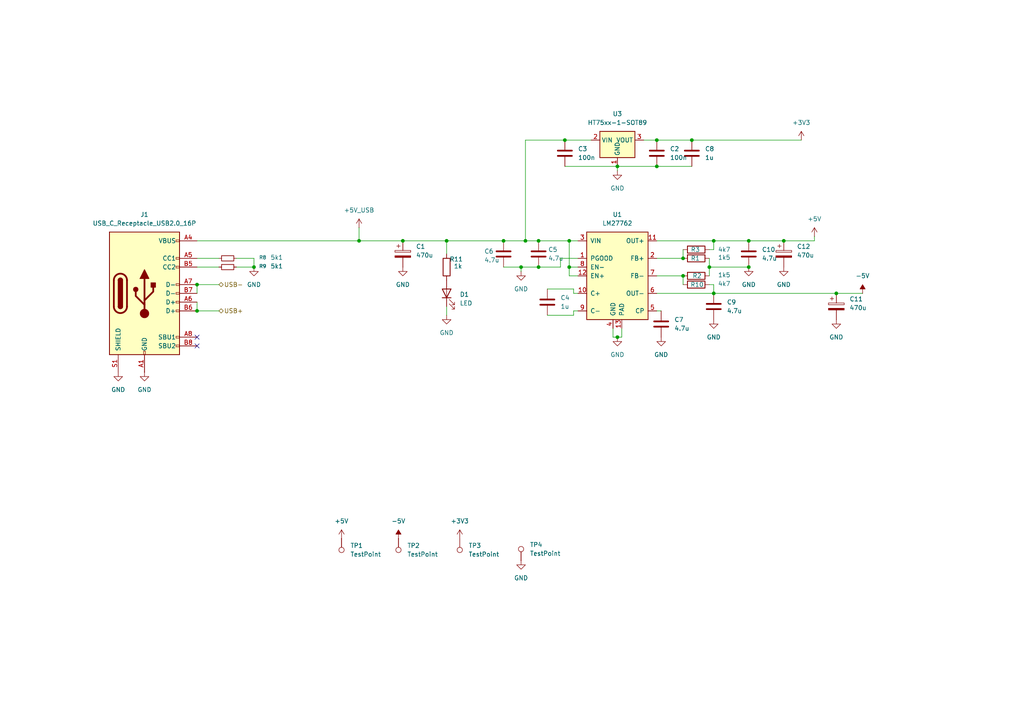
<source format=kicad_sch>
(kicad_sch (version 20250114) (generator "eeschema") (generator_version "9.0")
  (paper "A4")
  (lib_symbols
    (symbol "Connector:TestPoint" (pin_numbers (hide yes)) (pin_names (offset 0.762) (hide yes))
      (property "Reference" "TP" (at 0 6.858 0))
      (property "Value" "TestPoint" (at 0 5.08 0))
      (symbol "TestPoint_0_1"
        (circle (center 0 3.302) (radius 0.762))
      )
      (symbol "TestPoint_1_1"
        (pin passive line (at 0 0 90) (length 2.54) (name "1") (number "1"))
      )
    )
    (symbol "Connector:USB_C_Receptacle_USB2.0_16P" (pin_names (offset 1.016))
      (property "Reference" "J" (at 0 22.225 0))
      (property "Value" "USB_C_Receptacle_USB2.0_16P" (at 0 19.685 0))
      (symbol "USB_C_Receptacle_USB2.0_16P_0_0"
        (rectangle (start -0.254 -17.78) (end 0.254 -16.764))
        (rectangle (start 10.16 15.494) (end 9.144 14.986))
        (rectangle (start 10.16 10.414) (end 9.144 9.906))
        (rectangle (start 10.16 7.874) (end 9.144 7.366))
        (rectangle (start 10.16 2.794) (end 9.144 2.286))
        (rectangle (start 10.16 0.254) (end 9.144 -0.254))
        (rectangle (start 10.16 -2.286) (end 9.144 -2.794))
        (rectangle (start 10.16 -4.826) (end 9.144 -5.334))
        (rectangle (start 10.16 -12.446) (end 9.144 -12.954))
        (rectangle (start 10.16 -14.986) (end 9.144 -15.494))
      )
      (symbol "USB_C_Receptacle_USB2.0_16P_0_1"
        (rectangle (start -10.16 17.78) (end 10.16 -17.78) (stroke (width 0.254)) (fill (type background)))
        (polyline (pts (xy -8.89 -3.81) (xy -8.89 3.81)) (stroke (width 0.508)))
        (rectangle (start -7.62 -3.81) (end -6.35 3.81) (stroke (width 0.254)) (fill (type outline)))
        (arc (start -7.62 3.81) (mid -6.985 4.4423) (end -6.35 3.81) (stroke (width 0.254)))
        (arc (start -7.62 3.81) (mid -6.985 4.4423) (end -6.35 3.81) (stroke (width 0.254)) (fill (type outline)))
        (arc (start -8.89 3.81) (mid -6.985 5.7067) (end -5.08 3.81) (stroke (width 0.508)))
        (arc (start -5.08 -3.81) (mid -6.985 -5.7067) (end -8.89 -3.81) (stroke (width 0.508)))
        (arc (start -6.35 -3.81) (mid -6.985 -4.4423) (end -7.62 -3.81) (stroke (width 0.254)))
        (arc (start -6.35 -3.81) (mid -6.985 -4.4423) (end -7.62 -3.81) (stroke (width 0.254)) (fill (type outline)))
        (polyline (pts (xy -5.08 3.81) (xy -5.08 -3.81)) (stroke (width 0.508)))
        (circle (center -2.54 1.143) (radius 0.635) (stroke (width 0.254)) (fill (type outline)))
        (polyline (pts (xy -1.27 4.318) (xy 0 6.858) (xy 1.27 4.318) (xy -1.27 4.318)) (stroke (width 0.254)) (fill (type outline)))
        (polyline (pts (xy 0 -2.032) (xy 2.54 0.508) (xy 2.54 1.778)) (stroke (width 0.508)))
        (polyline (pts (xy 0 -3.302) (xy -2.54 -0.762) (xy -2.54 0.508)) (stroke (width 0.508)))
        (polyline (pts (xy 0 -5.842) (xy 0 4.318)) (stroke (width 0.508)))
        (circle (center 0 -5.842) (radius 1.27) (fill (type outline)))
        (rectangle (start 1.905 1.778) (end 3.175 3.048) (stroke (width 0.254)) (fill (type outline)))
      )
      (symbol "USB_C_Receptacle_USB2.0_16P_1_1"
        (pin passive line (at -7.62 -22.86 90) (length 5.08) (name "SHIELD") (number "S1"))
        (pin passive line (at 0 -22.86 90) (length 5.08) (name "GND") (number "A1"))
        (pin passive line (at 0 -22.86 90) (length 5.08) (hide yes) (name "GND") (number "A12"))
        (pin passive line (at 0 -22.86 90) (length 5.08) (hide yes) (name "GND") (number "B1"))
        (pin passive line (at 0 -22.86 90) (length 5.08) (hide yes) (name "GND") (number "B12"))
        (pin passive line (at 15.24 15.24 180) (length 5.08) (name "VBUS") (number "A4"))
        (pin passive line (at 15.24 15.24 180) (length 5.08) (hide yes) (name "VBUS") (number "A9"))
        (pin passive line (at 15.24 15.24 180) (length 5.08) (hide yes) (name "VBUS") (number "B4"))
        (pin passive line (at 15.24 15.24 180) (length 5.08) (hide yes) (name "VBUS") (number "B9"))
        (pin bidirectional line (at 15.24 10.16 180) (length 5.08) (name "CC1") (number "A5"))
        (pin bidirectional line (at 15.24 7.62 180) (length 5.08) (name "CC2") (number "B5"))
        (pin bidirectional line (at 15.24 2.54 180) (length 5.08) (name "D-") (number "A7"))
        (pin bidirectional line (at 15.24 0 180) (length 5.08) (name "D-") (number "B7"))
        (pin bidirectional line (at 15.24 -2.54 180) (length 5.08) (name "D+") (number "A6"))
        (pin bidirectional line (at 15.24 -5.08 180) (length 5.08) (name "D+") (number "B6"))
        (pin bidirectional line (at 15.24 -12.7 180) (length 5.08) (name "SBU1") (number "A8"))
        (pin bidirectional line (at 15.24 -15.24 180) (length 5.08) (name "SBU2") (number "B8"))
      )
    )
    (symbol "Device:C" (pin_numbers (hide yes)) (pin_names (offset 0.254))
      (property "Reference" "C" (at 0.635 2.54 0))
      (property "Value" "C" (at 0.635 -2.54 0))
      (symbol "C_0_1"
        (polyline (pts (xy -2.032 0.762) (xy 2.032 0.762)) (stroke (width 0.508)))
        (polyline (pts (xy -2.032 -0.762) (xy 2.032 -0.762)) (stroke (width 0.508)))
      )
      (symbol "C_1_1"
        (pin passive line (at 0 3.81 270) (length 2.794) (name "~") (number "1"))
        (pin passive line (at 0 -3.81 90) (length 2.794) (name "~") (number "2"))
      )
    )
    (symbol "Device:C_Polarized" (pin_numbers (hide yes)) (pin_names (offset 0.254))
      (property "Reference" "C" (at 0.635 2.54 0))
      (property "Value" "C_Polarized" (at 0.635 -2.54 0))
      (symbol "C_Polarized_0_1"
        (rectangle (start -2.286 0.508) (end 2.286 1.016))
        (polyline (pts (xy -1.778 2.286) (xy -0.762 2.286)))
        (polyline (pts (xy -1.27 2.794) (xy -1.27 1.778)))
        (rectangle (start 2.286 -0.508) (end -2.286 -1.016) (fill (type outline)))
      )
      (symbol "C_Polarized_1_1"
        (pin passive line (at 0 3.81 270) (length 2.794) (name "~") (number "1"))
        (pin passive line (at 0 -3.81 90) (length 2.794) (name "~") (number "2"))
      )
    )
    (symbol "Device:LED" (pin_numbers (hide yes)) (pin_names (offset 1.016) (hide yes))
      (property "Reference" "D" (at 0 2.54 0))
      (property "Value" "LED" (at 0 -2.54 0))
      (symbol "LED_0_1"
        (polyline (pts (xy -3.048 -0.762) (xy -4.572 -2.286) (xy -3.81 -2.286) (xy -4.572 -2.286) (xy -4.572 -1.524)))
        (polyline (pts (xy -1.778 -0.762) (xy -3.302 -2.286) (xy -2.54 -2.286) (xy -3.302 -2.286) (xy -3.302 -1.524)))
        (polyline (pts (xy -1.27 0) (xy 1.27 0)))
        (polyline (pts (xy -1.27 -1.27) (xy -1.27 1.27)) (stroke (width 0.254)))
        (polyline (pts (xy 1.27 -1.27) (xy 1.27 1.27) (xy -1.27 0) (xy 1.27 -1.27)) (stroke (width 0.254)))
      )
      (symbol "LED_1_1"
        (pin passive line (at -3.81 0 0) (length 2.54) (name "K") (number "1"))
        (pin passive line (at 3.81 0 180) (length 2.54) (name "A") (number "2"))
      )
    )
    (symbol "Device:R" (pin_numbers (hide yes)) (pin_names (offset 0))
      (property "Reference" "R" (at 2.032 0 90))
      (property "Value" "R" (at 0 0 90))
      (symbol "R_0_1"
        (rectangle (start -1.016 -2.54) (end 1.016 2.54) (stroke (width 0.254)))
      )
      (symbol "R_1_1"
        (pin passive line (at 0 3.81 270) (length 1.27) (name "~") (number "1"))
        (pin passive line (at 0 -3.81 90) (length 1.27) (name "~") (number "2"))
      )
    )
    (symbol "Device:R_Small" (pin_numbers (hide yes)) (pin_names (offset 0.254) (hide yes))
      (property "Reference" "R" (at 0 0 90))
      (property "Value" "R_Small" (at 1.778 0 90))
      (symbol "R_Small_0_1"
        (rectangle (start -0.762 1.778) (end 0.762 -1.778) (stroke (width 0.2032)))
      )
      (symbol "R_Small_1_1"
        (pin passive line (at 0 2.54 270) (length 0.762) (name "~") (number "1"))
        (pin passive line (at 0 -2.54 90) (length 0.762) (name "~") (number "2"))
      )
    )
    (symbol "Regulator_Linear:HT75xx-1-SOT89"
      (property "Reference" "U" (at -5.08 -3.81 0))
      (property "Value" "HT75xx-1-SOT89" (at 0 6.35 0))
      (symbol "HT75xx-1-SOT89_0_1"
        (rectangle (start -5.08 5.08) (end 5.08 -2.54) (stroke (width 0.254)) (fill (type background)))
      )
      (symbol "HT75xx-1-SOT89_1_1"
        (pin power_in line (at -7.62 2.54 0) (length 2.54) (name "VIN") (number "2"))
        (pin power_in line (at 0 -5.08 90) (length 2.54) (name "GND") (number "1"))
        (pin power_out line (at 7.62 2.54 180) (length 2.54) (name "VOUT") (number "3"))
      )
    )
    (symbol "Regulator_SwitchedCapacitor:LM27762" (pin_names (offset 1.016))
      (property "Reference" "U" (at -6.604 8.89 0))
      (property "Value" "LM27762" (at 6.096 8.89 0))
      (symbol "LM27762_0_1"
        (rectangle (start -7.62 7.62) (end 10.16 -17.78) (stroke (width 0.254)) (fill (type background)))
      )
      (symbol "LM27762_1_1"
        (pin power_in line (at -10.16 5.08 0) (length 2.54) (name "VIN") (number "3"))
        (pin open_collector line (at -10.16 0 0) (length 2.54) (name "PGOOD") (number "1"))
        (pin input line (at -10.16 -2.54 0) (length 2.54) (name "EN-") (number "8"))
        (pin input line (at -10.16 -5.08 0) (length 2.54) (name "EN+") (number "12"))
        (pin passive line (at -10.16 -10.16 0) (length 2.54) (name "C+") (number "10"))
        (pin passive line (at -10.16 -15.24 0) (length 2.54) (name "C-") (number "9"))
        (pin power_in line (at 0 -20.32 90) (length 2.54) (name "GND") (number "4"))
        (pin power_in line (at 2.54 -20.32 90) (length 2.54) (name "PAD") (number "13"))
        (pin power_out line (at 12.7 5.08 180) (length 2.54) (name "OUT+") (number "11"))
        (pin input line (at 12.7 0 180) (length 2.54) (name "FB+") (number "2"))
        (pin input line (at 12.7 -5.08 180) (length 2.54) (name "FB-") (number "7"))
        (pin power_out line (at 12.7 -10.16 180) (length 2.54) (name "OUT-") (number "6"))
        (pin passive line (at 12.7 -15.24 180) (length 2.54) (name "CP") (number "5"))
      )
    )
    (symbol "power:+3V3" (power) (pin_numbers (hide yes)) (pin_names (offset 0) (hide yes))
      (property "Value" "+3V3" (at 0 3.556 0))
      (symbol "+3V3_0_1"
        (polyline (pts (xy -0.762 1.27) (xy 0 2.54)))
        (polyline (pts (xy 0 2.54) (xy 0.762 1.27)))
        (polyline (pts (xy 0 0) (xy 0 2.54)))
      )
      (symbol "+3V3_1_1"
        (pin power_in line (at 0 0 90) (length 0) (name "~") (number "1"))
      )
    )
    (symbol "power:+5V" (power) (pin_numbers (hide yes)) (pin_names (offset 0) (hide yes))
      (property "Value" "+5V" (at 0 3.556 0))
      (symbol "+5V_0_1"
        (polyline (pts (xy -0.762 1.27) (xy 0 2.54)))
        (polyline (pts (xy 0 2.54) (xy 0.762 1.27)))
        (polyline (pts (xy 0 0) (xy 0 2.54)))
      )
      (symbol "+5V_1_1"
        (pin power_in line (at 0 0 90) (length 0) (name "~") (number "1"))
      )
    )
    (symbol "power:-5V" (power) (pin_numbers (hide yes)) (pin_names (offset 0) (hide yes))
      (property "Value" "-5V" (at 0 3.556 0))
      (symbol "-5V_0_0"
        (pin power_in line (at 0 0 90) (length 0) (name "~") (number "1"))
      )
      (symbol "-5V_0_1"
        (polyline (pts (xy 0 0) (xy 0 1.27) (xy 0.762 1.27) (xy 0 2.54) (xy -0.762 1.27) (xy 0 1.27)) (fill (type outline)))
      )
    )
    (symbol "power:GND" (power) (pin_numbers (hide yes)) (pin_names (offset 0) (hide yes))
      (property "Value" "GND" (at 0 -3.81 0))
      (symbol "GND_0_1"
        (polyline (pts (xy 0 0) (xy 0 -1.27) (xy 1.27 -1.27) (xy 0 -2.54) (xy -1.27 -1.27) (xy 0 -1.27)))
      )
      (symbol "GND_1_1"
        (pin power_in line (at 0 0 270) (length 0) (name "~") (number "1"))
      )
    )
  )
  (junction (at 207.01 69.85))
  (junction (at 156.21 77.47))
  (junction (at 73.66 77.47))
  (junction (at 217.17 69.85))
  (junction (at 227.33 69.85))
  (junction (at 190.5 48.26))
  (junction (at 165.1 69.85))
  (junction (at 104.14 69.85))
  (junction (at 57.15 82.55))
  (junction (at 198.12 74.93))
  (junction (at 179.07 97.79))
  (junction (at 152.4 69.85))
  (junction (at 217.17 77.47))
  (junction (at 165.1 77.47))
  (junction (at 116.84 69.85))
  (junction (at 57.15 90.17))
  (junction (at 190.5 40.64))
  (junction (at 156.21 69.85))
  (junction (at 205.74 77.47))
  (junction (at 129.54 69.85))
  (junction (at 146.05 69.85))
  (junction (at 242.57 85.09))
  (junction (at 179.07 48.26))
  (junction (at 163.83 40.64))
  (junction (at 207.01 85.09))
  (junction (at 200.66 40.64))
  (junction (at 198.12 80.01))
  (junction (at 151.13 77.47))
  (no_connect (at 57.15 97.79))
  (no_connect (at 57.15 100.33))
  (wire (pts (xy 163.83 48.26) (xy 179.07 48.26)))
  (wire (pts (xy 104.14 66.04) (xy 104.14 69.85)))
  (wire (pts (xy 191.77 90.17) (xy 190.5 90.17)))
  (wire (pts (xy 68.58 74.93) (xy 73.66 74.93)))
  (wire (pts (xy 163.83 40.64) (xy 171.45 40.64)))
  (wire (pts (xy 236.22 69.85) (xy 227.33 69.85)))
  (wire (pts (xy 165.1 69.85) (xy 167.64 69.85)))
  (wire (pts (xy 152.4 69.85) (xy 156.21 69.85)))
  (wire (pts (xy 57.15 82.55) (xy 63.5 82.55)))
  (wire (pts (xy 165.1 80.01) (xy 165.1 77.47)))
  (wire (pts (xy 151.13 77.47) (xy 156.21 77.47)))
  (wire (pts (xy 179.07 49.53) (xy 179.07 48.26)))
  (wire (pts (xy 165.1 77.47) (xy 165.1 69.85)))
  (wire (pts (xy 190.5 40.64) (xy 186.69 40.64)))
  (wire (pts (xy 190.5 48.26) (xy 200.66 48.26)))
  (wire (pts (xy 190.5 80.01) (xy 198.12 80.01)))
  (wire (pts (xy 207.01 69.85) (xy 217.17 69.85)))
  (wire (pts (xy 205.74 77.47) (xy 205.74 80.01)))
  (wire (pts (xy 180.34 95.25) (xy 180.34 97.79)))
  (wire (pts (xy 146.05 69.85) (xy 152.4 69.85)))
  (wire (pts (xy 198.12 72.39) (xy 198.12 74.93)))
  (wire (pts (xy 205.74 74.93) (xy 205.74 77.47)))
  (wire (pts (xy 167.64 80.01) (xy 165.1 80.01)))
  (wire (pts (xy 207.01 72.39) (xy 207.01 69.85)))
  (wire (pts (xy 179.07 48.26) (xy 190.5 48.26)))
  (wire (pts (xy 190.5 40.64) (xy 200.66 40.64)))
  (wire (pts (xy 57.15 69.85) (xy 104.14 69.85)))
  (wire (pts (xy 57.15 90.17) (xy 63.5 90.17)))
  (wire (pts (xy 129.54 69.85) (xy 129.54 73.66)))
  (wire (pts (xy 180.34 97.79) (xy 179.07 97.79)))
  (wire (pts (xy 166.37 85.09) (xy 166.37 83.82)))
  (wire (pts (xy 198.12 80.01) (xy 198.12 82.55)))
  (wire (pts (xy 217.17 69.85) (xy 227.33 69.85)))
  (wire (pts (xy 190.5 69.85) (xy 207.01 69.85)))
  (wire (pts (xy 68.58 77.47) (xy 73.66 77.47)))
  (wire (pts (xy 207.01 85.09) (xy 242.57 85.09)))
  (wire (pts (xy 129.54 91.44) (xy 129.54 88.9)))
  (wire (pts (xy 129.54 69.85) (xy 146.05 69.85)))
  (wire (pts (xy 236.22 68.58) (xy 236.22 69.85)))
  (wire (pts (xy 217.17 77.47) (xy 205.74 77.47)))
  (wire (pts (xy 205.74 82.55) (xy 207.01 82.55)))
  (wire (pts (xy 242.57 85.09) (xy 250.19 85.09)))
  (wire (pts (xy 207.01 82.55) (xy 207.01 85.09)))
  (wire (pts (xy 151.13 78.74) (xy 151.13 77.47)))
  (wire (pts (xy 162.56 74.93) (xy 162.56 77.47)))
  (wire (pts (xy 57.15 87.63) (xy 57.15 90.17)))
  (wire (pts (xy 200.66 40.64) (xy 232.41 40.64)))
  (wire (pts (xy 57.15 82.55) (xy 57.15 85.09)))
  (wire (pts (xy 167.64 85.09) (xy 166.37 85.09)))
  (wire (pts (xy 166.37 83.82) (xy 158.75 83.82)))
  (wire (pts (xy 104.14 69.85) (xy 116.84 69.85)))
  (wire (pts (xy 166.37 91.44) (xy 166.37 90.17)))
  (wire (pts (xy 151.13 77.47) (xy 146.05 77.47)))
  (wire (pts (xy 57.15 77.47) (xy 63.5 77.47)))
  (wire (pts (xy 205.74 72.39) (xy 207.01 72.39)))
  (wire (pts (xy 177.8 95.25) (xy 177.8 97.79)))
  (wire (pts (xy 63.5 74.93) (xy 57.15 74.93)))
  (wire (pts (xy 152.4 40.64) (xy 163.83 40.64)))
  (wire (pts (xy 167.64 74.93) (xy 162.56 74.93)))
  (wire (pts (xy 73.66 74.93) (xy 73.66 77.47)))
  (wire (pts (xy 158.75 91.44) (xy 166.37 91.44)))
  (wire (pts (xy 162.56 77.47) (xy 156.21 77.47)))
  (wire (pts (xy 190.5 74.93) (xy 198.12 74.93)))
  (wire (pts (xy 116.84 69.85) (xy 129.54 69.85)))
  (wire (pts (xy 165.1 77.47) (xy 167.64 77.47)))
  (wire (pts (xy 190.5 85.09) (xy 207.01 85.09)))
  (wire (pts (xy 177.8 97.79) (xy 179.07 97.79)))
  (wire (pts (xy 166.37 90.17) (xy 167.64 90.17)))
  (wire (pts (xy 152.4 40.64) (xy 152.4 69.85)))
  (wire (pts (xy 156.21 69.85) (xy 165.1 69.85)))
  (hierarchical_label "USB+" (shape bidirectional) (at 63.5 90.17 0))
  (hierarchical_label "USB-" (shape bidirectional) (at 63.5 82.55 0))
  (symbol (lib_id "Device:R") (at 201.93 74.93 90) (unit 1)
    (property "Reference" "R1" (at 201.676 74.93 90))
    (property "Value" "1k5" (at 210.058 74.676 90))
    (property "Footprint" "Resistor_SMD:R_0603_1608Metric_Pad0.98x0.95mm_HandSolder" (effects (hide yes)))
    (property "Description" "Resistor" (effects (hide yes)))
  )
  (symbol (lib_id "Regulator_SwitchedCapacitor:LM27762") (at 177.8 74.93 0) (unit 1)
    (property "Reference" "U1" (at 179.07 62.23 0))
    (property "Value" "LM27762" (at 179.07 64.77 0))
    (property "Footprint" "Package_SON:WSON-12-1EP_3x2mm_P0.5mm_EP1x2.65_ThermalVias" (effects (hide yes)))
    (property "Datasheet" "http://www.ti.com/lit/ds/symlink/lm27762.pdf" (effects (hide yes)))
    (property "Description" "Low-noise inverting charge pump with both positive and negative LDO's, with 2.7V-5.5V input to +1.5 to +5V and -1.5 to -5V Output Voltage, WSON-12" (effects (hide yes)))
  )
  (symbol (lib_id "power:-5V") (at 115.57 156.21 0) (unit 1)
    (property "Reference" "#PWR026" (effects (hide yes)))
    (property "Value" "-5V" (at 115.57 151.13 0))
    (property "Description" "Power symbol creates a global label with name \"-5V\"" (effects (hide yes)))
  )
  (symbol (lib_id "Connector:TestPoint") (at 115.57 156.21 180) (unit 1)
    (property "Reference" "TP2" (at 118.11 158.2419 0) (effects (justify right)))
    (property "Value" "TestPoint" (at 118.11 160.7819 0) (effects (justify right)))
    (property "Footprint" "Connector_Pin:Pin_D1.3mm_L11.0mm_LooseFit" (effects (hide yes)))
    (property "Description" "test point" (effects (hide yes)))
  )
  (symbol (lib_id "power:+5V") (at 104.14 66.04 0) (unit 1)
    (property "Reference" "#PWR07" (effects (hide yes)))
    (property "Value" "+5V_USB" (at 104.14 60.96 0))
    (property "Description" "Power symbol creates a global label with name \"+5V\"" (effects (hide yes)))
  )
  (symbol (lib_id "Device:C") (at 200.66 44.45 0) (unit 1)
    (property "Reference" "C8" (at 204.47 43.1799 0) (effects (justify left)))
    (property "Value" "1u" (at 204.47 45.7199 0) (effects (justify left)))
    (property "Footprint" "Capacitor_SMD:C_0603_1608Metric_Pad1.08x0.95mm_HandSolder" (effects (hide yes)))
    (property "Description" "Unpolarized capacitor" (effects (hide yes)))
  )
  (symbol (lib_id "power:GND") (at 227.33 77.47 0) (unit 1)
    (property "Reference" "#PWR0140" (effects (hide yes)))
    (property "Value" "GND" (at 227.33 82.55 0))
    (property "Description" "Power symbol creates a global label with name \"GND\" , ground" (effects (hide yes)))
  )
  (symbol (lib_id "power:+5V") (at 99.06 156.21 0) (unit 1)
    (property "Reference" "#PWR019" (effects (hide yes)))
    (property "Value" "+5V" (at 99.06 151.13 0))
    (property "Description" "Power symbol creates a global label with name \"+5V\"" (effects (hide yes)))
  )
  (symbol (lib_id "Connector:TestPoint") (at 151.13 162.56 0) (unit 1)
    (property "Reference" "TP4" (at 153.67 157.9879 0) (effects (justify left)))
    (property "Value" "TestPoint" (at 153.67 160.5279 0) (effects (justify left)))
    (property "Footprint" "Connector_Pin:Pin_D1.3mm_L11.0mm_LooseFit" (effects (hide yes)))
    (property "Description" "test point" (effects (hide yes)))
  )
  (symbol (lib_id "Device:R") (at 201.93 82.55 90) (unit 1)
    (property "Reference" "R10" (at 202.184 82.55 90))
    (property "Value" "4k7" (at 210.058 82.296 90))
    (property "Footprint" "Resistor_SMD:R_0603_1608Metric_Pad0.98x0.95mm_HandSolder" (effects (hide yes)))
    (property "Description" "Resistor" (effects (hide yes)))
  )
  (symbol (lib_id "power:GND") (at 41.91 107.95 0) (unit 1)
    (property "Reference" "#PWR03" (effects (hide yes)))
    (property "Value" "GND" (at 41.91 113.03 0))
    (property "Description" "Power symbol creates a global label with name \"GND\" , ground" (effects (hide yes)))
  )
  (symbol (lib_id "power:GND") (at 151.13 162.56 0) (unit 1)
    (property "Reference" "#PWR025" (effects (hide yes)))
    (property "Value" "GND" (at 151.13 167.64 0))
    (property "Description" "Power symbol creates a global label with name \"GND\" , ground" (effects (hide yes)))
  )
  (symbol (lib_id "Device:R") (at 201.93 72.39 90) (unit 1)
    (property "Reference" "R3" (at 201.676 72.39 90))
    (property "Value" "4k7" (at 210.058 72.39 90))
    (property "Footprint" "Resistor_SMD:R_0603_1608Metric_Pad0.98x0.95mm_HandSolder" (effects (hide yes)))
    (property "Description" "Resistor" (effects (hide yes)))
  )
  (symbol (lib_id "Device:C") (at 207.01 88.9 0) (unit 1)
    (property "Reference" "C9" (at 210.82 87.6299 0) (effects (justify left)))
    (property "Value" "4.7u" (at 210.82 90.1699 0) (effects (justify left)))
    (property "Footprint" "Capacitor_SMD:C_0805_2012Metric_Pad1.18x1.45mm_HandSolder" (effects (hide yes)))
    (property "Description" "Unpolarized capacitor" (effects (hide yes)))
  )
  (symbol (lib_id "power:GND") (at 217.17 77.47 0) (unit 1)
    (property "Reference" "#PWR014" (effects (hide yes)))
    (property "Value" "GND" (at 217.17 82.55 0))
    (property "Description" "Power symbol creates a global label with name \"GND\" , ground" (effects (hide yes)))
  )
  (symbol (lib_id "power:GND") (at 73.66 77.47 0) (unit 1)
    (property "Reference" "#PWR05" (effects (hide yes)))
    (property "Value" "GND" (at 73.66 82.55 0))
    (property "Description" "Power symbol creates a global label with name \"GND\" , ground" (effects (hide yes)))
  )
  (symbol (lib_id "Device:C_Polarized") (at 227.33 73.66 0) (unit 1)
    (property "Reference" "C12" (at 231.14 71.5009 0) (effects (justify left)))
    (property "Value" "470u" (at 231.14 74.0409 0) (effects (justify left)))
    (property "Footprint" "Capacitor_THT:CP_Radial_D8.0mm_P3.80mm" (effects (hide yes)))
    (property "Description" "Polarized capacitor" (effects (hide yes)))
  )
  (symbol (lib_id "Regulator_Linear:HT75xx-1-SOT89") (at 179.07 43.18 0) (unit 1)
    (property "Reference" "U3" (at 179.07 33.02 0))
    (property "Value" "HT75xx-1-SOT89" (at 179.07 35.56 0))
    (property "Footprint" "Package_TO_SOT_SMD:SOT-89-3_Handsoldering" (effects (hide yes)))
    (property "Datasheet" "https://www.holtek.com/documents/10179/116711/HT75xx-1v250.pdf" (effects (hide yes)))
    (property "Description" "100mA Low Dropout Voltage Regulator, Fixed Output, SOT89" (effects (hide yes)))
  )
  (symbol (lib_id "Device:R") (at 129.54 77.47 180) (unit 1)
    (property "Reference" "R11" (at 132.334 75.184 0))
    (property "Value" "1k" (at 132.842 77.216 0))
    (property "Footprint" "Resistor_SMD:R_0603_1608Metric_Pad0.98x0.95mm_HandSolder" (effects (hide yes)))
    (property "Description" "Resistor" (effects (hide yes)))
  )
  (symbol (lib_id "Connector:TestPoint") (at 133.35 156.21 180) (unit 1)
    (property "Reference" "TP3" (at 135.89 158.2419 0) (effects (justify right)))
    (property "Value" "TestPoint" (at 135.89 160.7819 0) (effects (justify right)))
    (property "Footprint" "Connector_Pin:Pin_D1.3mm_L11.0mm_LooseFit" (effects (hide yes)))
    (property "Description" "test point" (effects (hide yes)))
  )
  (symbol (lib_id "Device:C_Polarized") (at 116.84 73.66 0) (unit 1)
    (property "Reference" "C1" (at 120.65 71.5009 0) (effects (justify left)))
    (property "Value" "470u" (at 120.65 74.0409 0) (effects (justify left)))
    (property "Footprint" "Capacitor_THT:CP_Radial_D8.0mm_P3.80mm" (effects (hide yes)))
    (property "Description" "Polarized capacitor" (effects (hide yes)))
  )
  (symbol (lib_id "power:GND") (at 191.77 97.79 0) (unit 1)
    (property "Reference" "#PWR012" (effects (hide yes)))
    (property "Value" "GND" (at 191.77 102.87 0))
    (property "Description" "Power symbol creates a global label with name \"GND\" , ground" (effects (hide yes)))
  )
  (symbol (lib_id "Device:C_Polarized") (at 242.57 88.9 0) (unit 1)
    (property "Reference" "C11" (at 246.38 86.7409 0) (effects (justify left)))
    (property "Value" "470u" (at 246.38 89.2809 0) (effects (justify left)))
    (property "Footprint" "Capacitor_THT:CP_Radial_D8.0mm_P3.80mm" (effects (hide yes)))
    (property "Description" "Polarized capacitor" (effects (hide yes)))
  )
  (symbol (lib_id "Device:C") (at 156.21 73.66 0) (unit 1)
    (property "Reference" "C5" (at 159.004 72.39 0) (effects (justify left)))
    (property "Value" "4.7u" (at 159.004 74.93 0) (effects (justify left)))
    (property "Footprint" "Capacitor_SMD:C_0805_2012Metric_Pad1.18x1.45mm_HandSolder" (effects (hide yes)))
    (property "Description" "Unpolarized capacitor" (effects (hide yes)))
  )
  (symbol (lib_id "Device:C") (at 190.5 44.45 0) (unit 1)
    (property "Reference" "C2" (at 194.31 43.1799 0) (effects (justify left)))
    (property "Value" "100n" (at 194.31 45.7199 0) (effects (justify left)))
    (property "Footprint" "Capacitor_SMD:C_0603_1608Metric_Pad1.08x0.95mm_HandSolder" (effects (hide yes)))
    (property "Description" "Unpolarized capacitor" (effects (hide yes)))
  )
  (symbol (lib_id "power:+3V3") (at 232.41 40.64 0) (unit 1)
    (property "Reference" "#PWR015" (effects (hide yes)))
    (property "Value" "+3V3" (at 232.41 35.56 0))
    (property "Description" "Power symbol creates a global label with name \"+3V3\"" (effects (hide yes)))
  )
  (symbol (lib_id "power:GND") (at 116.84 77.47 0) (unit 1)
    (property "Reference" "#PWR0138" (effects (hide yes)))
    (property "Value" "GND" (at 116.84 82.55 0))
    (property "Description" "Power symbol creates a global label with name \"GND\" , ground" (effects (hide yes)))
  )
  (symbol (lib_id "power:+5V") (at 236.22 68.58 0) (unit 1)
    (property "Reference" "#PWR016" (effects (hide yes)))
    (property "Value" "+5V" (at 236.22 63.5 0))
    (property "Description" "Power symbol creates a global label with name \"+5V\"" (effects (hide yes)))
  )
  (symbol (lib_id "Device:R_Small") (at 66.04 74.93 90) (unit 1)
    (property "Reference" "R8" (at 76.2 74.676 90) (effects (font (size 1.016 1.016))))
    (property "Value" "5k1" (at 80.264 74.676 90))
    (property "Footprint" "Resistor_SMD:R_0603_1608Metric_Pad0.98x0.95mm_HandSolder" (effects (hide yes)))
    (property "Description" "Resistor, small symbol" (effects (hide yes)))
  )
  (symbol (lib_id "Device:C") (at 217.17 73.66 0) (unit 1)
    (property "Reference" "C10" (at 220.98 72.3899 0) (effects (justify left)))
    (property "Value" "4.7u" (at 220.98 74.9299 0) (effects (justify left)))
    (property "Footprint" "Capacitor_SMD:C_0805_2012Metric_Pad1.18x1.45mm_HandSolder" (effects (hide yes)))
    (property "Description" "Unpolarized capacitor" (effects (hide yes)))
  )
  (symbol (lib_id "power:GND") (at 207.01 92.71 0) (unit 1)
    (property "Reference" "#PWR013" (effects (hide yes)))
    (property "Value" "GND" (at 207.01 97.79 0))
    (property "Description" "Power symbol creates a global label with name \"GND\" , ground" (effects (hide yes)))
  )
  (symbol (lib_id "power:GND") (at 34.29 107.95 0) (unit 1)
    (property "Reference" "#PWR04" (effects (hide yes)))
    (property "Value" "GND" (at 34.29 113.03 0))
    (property "Description" "Power symbol creates a global label with name \"GND\" , ground" (effects (hide yes)))
  )
  (symbol (lib_id "power:GND") (at 129.54 91.44 0) (unit 1)
    (property "Reference" "#PWR08" (effects (hide yes)))
    (property "Value" "GND" (at 129.54 96.52 0))
    (property "Description" "Power symbol creates a global label with name \"GND\" , ground" (effects (hide yes)))
  )
  (symbol (lib_id "Device:LED") (at 129.54 85.09 90) (unit 1)
    (property "Reference" "D1" (at 133.35 85.4074 90) (effects (justify right)))
    (property "Value" "LED" (at 133.35 87.9474 90) (effects (justify right)))
    (property "Footprint" "LED_SMD:LED_miniPLCC_2315_Handsoldering" (effects (hide yes)))
    (property "Description" "Light emitting diode" (effects (hide yes)))
  )
  (symbol (lib_id "power:GND") (at 242.57 92.71 0) (unit 1)
    (property "Reference" "#PWR0139" (effects (hide yes)))
    (property "Value" "GND" (at 242.57 97.79 0))
    (property "Description" "Power symbol creates a global label with name \"GND\" , ground" (effects (hide yes)))
  )
  (symbol (lib_id "Device:R_Small") (at 66.04 77.47 90) (unit 1)
    (property "Reference" "R9" (at 76.2 77.216 90) (effects (font (size 1.016 1.016))))
    (property "Value" "5k1" (at 80.264 77.216 90))
    (property "Footprint" "Resistor_SMD:R_0603_1608Metric_Pad0.98x0.95mm_HandSolder" (effects (hide yes)))
    (property "Description" "Resistor, small symbol" (effects (hide yes)))
  )
  (symbol (lib_id "Device:C") (at 163.83 44.45 0) (unit 1)
    (property "Reference" "C3" (at 167.64 43.1799 0) (effects (justify left)))
    (property "Value" "100n" (at 167.64 45.7199 0) (effects (justify left)))
    (property "Footprint" "Capacitor_SMD:C_0603_1608Metric_Pad1.08x0.95mm_HandSolder" (effects (hide yes)))
    (property "Description" "Unpolarized capacitor" (effects (hide yes)))
  )
  (symbol (lib_id "Device:R") (at 201.93 80.01 90) (unit 1)
    (property "Reference" "R2" (at 202.184 80.01 90))
    (property "Value" "1k5" (at 210.058 79.756 90))
    (property "Footprint" "Resistor_SMD:R_0603_1608Metric_Pad0.98x0.95mm_HandSolder" (effects (hide yes)))
    (property "Description" "Resistor" (effects (hide yes)))
  )
  (symbol (lib_id "power:GND") (at 151.13 78.74 0) (unit 1)
    (property "Reference" "#PWR09" (effects (hide yes)))
    (property "Value" "GND" (at 151.13 83.82 0))
    (property "Description" "Power symbol creates a global label with name \"GND\" , ground" (effects (hide yes)))
  )
  (symbol (lib_id "power:GND") (at 179.07 97.79 0) (unit 1)
    (property "Reference" "#PWR011" (effects (hide yes)))
    (property "Value" "GND" (at 179.07 102.87 0))
    (property "Description" "Power symbol creates a global label with name \"GND\" , ground" (effects (hide yes)))
  )
  (symbol (lib_id "Connector:USB_C_Receptacle_USB2.0_16P") (at 41.91 85.09 0) (unit 1)
    (property "Reference" "J1" (at 41.91 62.23 0))
    (property "Value" "USB_C_Receptacle_USB2.0_16P" (at 41.91 64.77 0))
    (property "Footprint" "Connector_USB:USB_C_Receptacle_GCT_USB4105-xx-A_16P_TopMnt_Horizontal" (effects (hide yes)))
    (property "Datasheet" "https://www.usb.org/sites/default/files/documents/usb_type-c.zip" (effects (hide yes)))
    (property "Description" "USB 2.0-only 16P Type-C Receptacle connector" (effects (hide yes)))
  )
  (symbol (lib_id "Device:C") (at 191.77 93.98 0) (unit 1)
    (property "Reference" "C7" (at 195.58 92.7099 0) (effects (justify left)))
    (property "Value" "4.7u" (at 195.58 95.2499 0) (effects (justify left)))
    (property "Footprint" "Capacitor_SMD:C_0805_2012Metric_Pad1.18x1.45mm_HandSolder" (effects (hide yes)))
    (property "Description" "Unpolarized capacitor" (effects (hide yes)))
  )
  (symbol (lib_id "Connector:TestPoint") (at 99.06 156.21 180) (unit 1)
    (property "Reference" "TP1" (at 101.6 158.2419 0) (effects (justify right)))
    (property "Value" "TestPoint" (at 101.6 160.7819 0) (effects (justify right)))
    (property "Footprint" "Connector_Pin:Pin_D1.3mm_L11.0mm_LooseFit" (effects (hide yes)))
    (property "Description" "test point" (effects (hide yes)))
  )
  (symbol (lib_id "power:+3V3") (at 133.35 156.21 0) (unit 1)
    (property "Reference" "#PWR018" (effects (hide yes)))
    (property "Value" "+3V3" (at 133.35 151.13 0))
    (property "Description" "Power symbol creates a global label with name \"+3V3\"" (effects (hide yes)))
  )
  (symbol (lib_id "power:GND") (at 179.07 49.53 0) (unit 1)
    (property "Reference" "#PWR010" (effects (hide yes)))
    (property "Value" "GND" (at 179.07 54.61 0))
    (property "Description" "Power symbol creates a global label with name \"GND\" , ground" (effects (hide yes)))
  )
  (symbol (lib_id "Device:C") (at 146.05 73.66 0) (unit 1)
    (property "Reference" "C6" (at 140.462 72.898 0) (effects (justify left)))
    (property "Value" "4.7u" (at 140.462 75.438 0) (effects (justify left)))
    (property "Footprint" "Capacitor_SMD:C_0805_2012Metric_Pad1.18x1.45mm_HandSolder" (effects (hide yes)))
    (property "Description" "Unpolarized capacitor" (effects (hide yes)))
  )
  (symbol (lib_id "power:-5V") (at 250.19 85.09 0) (unit 1)
    (property "Reference" "#PWR017" (effects (hide yes)))
    (property "Value" "-5V" (at 250.19 80.01 0))
    (property "Description" "Power symbol creates a global label with name \"-5V\"" (effects (hide yes)))
  )
  (symbol (lib_id "Device:C") (at 158.75 87.63 0) (unit 1)
    (property "Reference" "C4" (at 162.56 86.3599 0) (effects (justify left)))
    (property "Value" "1u" (at 162.56 88.8999 0) (effects (justify left)))
    (property "Footprint" "Resistor_SMD:R_0603_1608Metric_Pad0.98x0.95mm_HandSolder" (effects (hide yes)))
    (property "Description" "Unpolarized capacitor" (effects (hide yes)))
  )
)
</source>
